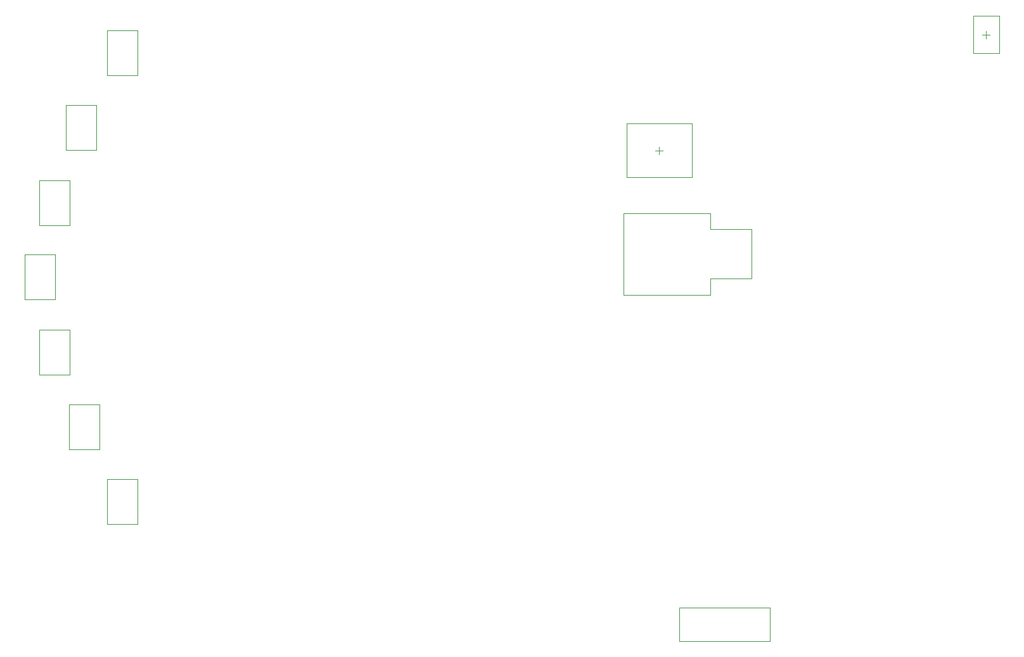
<source format=gbr>
G04*
G04 #@! TF.GenerationSoftware,Altium Limited,Altium Designer,25.5.2 (35)*
G04*
G04 Layer_Color=32768*
%FSLAX25Y25*%
%MOIN*%
G70*
G04*
G04 #@! TF.SameCoordinates,3A6C04F0-8456-4D88-A865-9B6E00D0E649*
G04*
G04*
G04 #@! TF.FilePolarity,Positive*
G04*
G01*
G75*
%ADD74C,0.00394*%
%ADD75C,0.00197*%
D74*
X511531Y324500D02*
X515469D01*
X513500Y322532D02*
Y326469D01*
X520390Y314657D02*
Y334343D01*
X506610Y314657D02*
Y334343D01*
X520390D01*
X506610Y314657D02*
X520390D01*
X341500Y261531D02*
Y265469D01*
X339531Y263500D02*
X343468D01*
X324374Y249327D02*
X358626D01*
X324374Y277673D02*
X358626D01*
X324374Y249327D02*
Y277673D01*
X358626Y249327D02*
Y277673D01*
D75*
X50972Y66925D02*
Y90626D01*
X67114D01*
Y66925D02*
Y90626D01*
X50972Y66925D02*
X67114D01*
X29429Y263650D02*
X45571D01*
Y287350D01*
X29429D02*
X45571D01*
X29429Y263650D02*
Y287350D01*
X7677Y185000D02*
X23819D01*
Y208701D01*
X7677D02*
X23819D01*
X7677Y185000D02*
Y208701D01*
X30929Y106150D02*
X47071D01*
Y129850D01*
X30929D02*
X47071D01*
X30929Y106150D02*
Y129850D01*
X15386Y145425D02*
X31528D01*
Y169126D01*
X15386D02*
X31528D01*
X15386Y145425D02*
Y169126D01*
X15429Y224150D02*
X31571D01*
Y247850D01*
X15429D02*
X31571D01*
X15429Y224150D02*
Y247850D01*
X50929Y303150D02*
X67071D01*
Y326850D01*
X50929D02*
X67071D01*
X50929Y303150D02*
Y326850D01*
X352024Y22858D02*
X399661D01*
Y5142D02*
Y22858D01*
X352024Y5142D02*
X399661D01*
X352024D02*
Y22858D01*
X368400Y221992D02*
Y230398D01*
Y221992D02*
X390083D01*
Y196008D02*
Y221992D01*
X368400Y196008D02*
X390083D01*
X368400Y187602D02*
Y196008D01*
X322917Y187602D02*
X368400D01*
X322917D02*
Y230398D01*
X368400D01*
M02*

</source>
